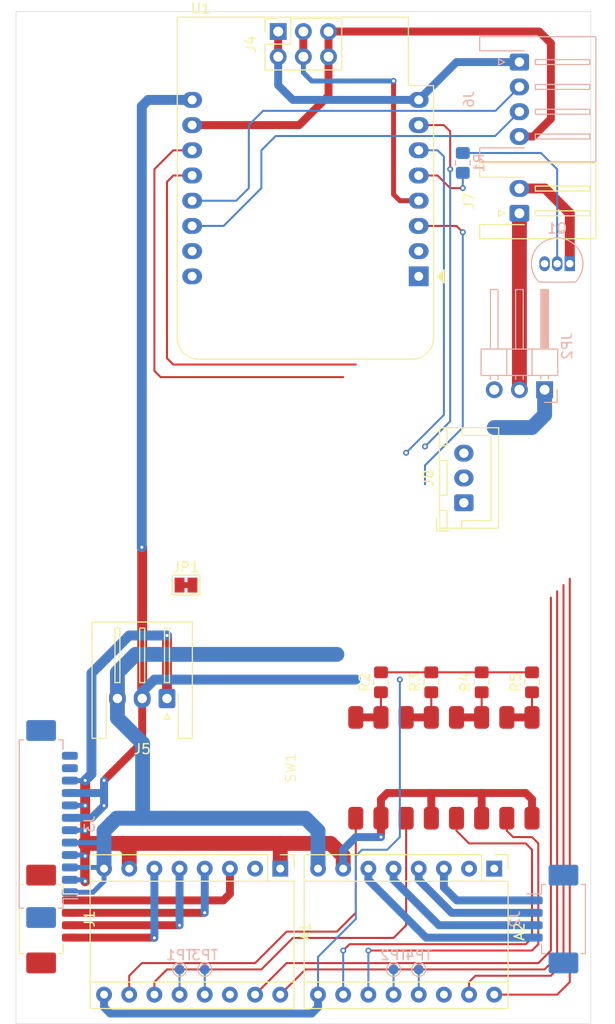
<source format=kicad_pcb>
(kicad_pcb
	(version 20240108)
	(generator "pcbnew")
	(generator_version "8.0")
	(general
		(thickness 1.6)
		(legacy_teardrops no)
	)
	(paper "A4")
	(layers
		(0 "F.Cu" signal)
		(31 "B.Cu" signal)
		(32 "B.Adhes" user "B.Adhesive")
		(33 "F.Adhes" user "F.Adhesive")
		(34 "B.Paste" user)
		(35 "F.Paste" user)
		(36 "B.SilkS" user "B.Silkscreen")
		(37 "F.SilkS" user "F.Silkscreen")
		(38 "B.Mask" user)
		(39 "F.Mask" user)
		(40 "Dwgs.User" user "User.Drawings")
		(41 "Cmts.User" user "User.Comments")
		(42 "Eco1.User" user "User.Eco1")
		(43 "Eco2.User" user "User.Eco2")
		(44 "Edge.Cuts" user)
		(45 "Margin" user)
		(46 "B.CrtYd" user "B.Courtyard")
		(47 "F.CrtYd" user "F.Courtyard")
		(48 "B.Fab" user)
		(49 "F.Fab" user)
		(50 "User.1" user)
		(51 "User.2" user)
		(52 "User.3" user)
		(53 "User.4" user)
		(54 "User.5" user)
		(55 "User.6" user)
		(56 "User.7" user)
		(57 "User.8" user)
		(58 "User.9" user)
	)
	(setup
		(pad_to_mask_clearance 0)
		(allow_soldermask_bridges_in_footprints no)
		(pcbplotparams
			(layerselection 0x00010fc_ffffffff)
			(plot_on_all_layers_selection 0x0000000_00000000)
			(disableapertmacros no)
			(usegerberextensions no)
			(usegerberattributes yes)
			(usegerberadvancedattributes yes)
			(creategerberjobfile yes)
			(dashed_line_dash_ratio 12.000000)
			(dashed_line_gap_ratio 3.000000)
			(svgprecision 4)
			(plotframeref no)
			(viasonmask no)
			(mode 1)
			(useauxorigin no)
			(hpglpennumber 1)
			(hpglpenspeed 20)
			(hpglpendiameter 15.000000)
			(pdf_front_fp_property_popups yes)
			(pdf_back_fp_property_popups yes)
			(dxfpolygonmode yes)
			(dxfimperialunits yes)
			(dxfusepcbnewfont yes)
			(psnegative no)
			(psa4output no)
			(plotreference yes)
			(plotvalue yes)
			(plotfptext yes)
			(plotinvisibletext no)
			(sketchpadsonfab no)
			(subtractmaskfromsilk no)
			(outputformat 1)
			(mirror no)
			(drillshape 1)
			(scaleselection 1)
			(outputdirectory "")
		)
	)
	(net 0 "")
	(net 1 "P_CFG0")
	(net 2 "Net-(A1-1A)")
	(net 3 "GNDPWR")
	(net 4 "Net-(A1-DIR)")
	(net 5 "Net-(A1-~{ENABLE})")
	(net 6 "Net-(A1-1B)")
	(net 7 "P_CFG2")
	(net 8 "Net-(A1-2B)")
	(net 9 "VCC")
	(net 10 "Net-(A1-2A)")
	(net 11 "P_CFG1")
	(net 12 "Net-(A1-STEP)")
	(net 13 "P_CFG3")
	(net 14 "unconnected-(A1-~{SLEEP}-Pad14)")
	(net 15 "VDD")
	(net 16 "T_CFG1")
	(net 17 "T_CFG3")
	(net 18 "T_CFG2")
	(net 19 "Net-(A2-DIR)")
	(net 20 "Net-(A2-2A)")
	(net 21 "unconnected-(A2-~{SLEEP}-Pad14)")
	(net 22 "Net-(A2-1A)")
	(net 23 "Net-(A2-2B)")
	(net 24 "T_CFG0")
	(net 25 "Net-(A2-1B)")
	(net 26 "Net-(A2-STEP)")
	(net 27 "Net-(J3-Pin_11)")
	(net 28 "+5V")
	(net 29 "Net-(J3-Pin_12)")
	(net 30 "Net-(J4-Pin_3)")
	(net 31 "GNDD")
	(net 32 "SCL")
	(net 33 "SDA")
	(net 34 "Net-(J7-Pin_2)")
	(net 35 "Net-(J7-Pin_1)")
	(net 36 "Net-(J8-Pin_2)")
	(net 37 "Net-(Q1-B)")
	(net 38 "Net-(U1-MISO{slash}D6)")
	(net 39 "Net-(R2-Pad1)")
	(net 40 "Net-(R3-Pad1)")
	(net 41 "Net-(R4-Pad1)")
	(net 42 "Net-(R5-Pad1)")
	(net 43 "unconnected-(U1-~{RST}-Pad1)")
	(footprint "Module:Pololu_Breakout-16_15.2x20.3mm" (layer "F.Cu") (at 99.06 137.16 -90))
	(footprint "Resistor_SMD:R_0805_2012Metric_Pad1.20x1.40mm_HandSolder" (layer "F.Cu") (at 102.87 118.38 90))
	(footprint "Connector_JST:JST_XH_S3B-XH-A-1_1x03_P2.50mm_Horizontal" (layer "F.Cu") (at 66.04 120.015 180))
	(footprint "Button_Switch_SMD:DIP_Switch_8_2.54_wide" (layer "F.Cu") (at 93.98 127 90))
	(footprint "MountingHole:MountingHole_3.2mm_M3" (layer "F.Cu") (at 55.8 97.8))
	(footprint "Resistor_SMD:R_0805_2012Metric_Pad1.20x1.40mm_HandSolder" (layer "F.Cu") (at 87.63 118.38 90))
	(footprint "Connector_JST:JST_XH_B3B-XH-A_1x03_P2.50mm_Vertical" (layer "F.Cu") (at 95.995 100.29 90))
	(footprint "Resistor_SMD:R_0805_2012Metric_Pad1.20x1.40mm_HandSolder" (layer "F.Cu") (at 92.71 118.38 90))
	(footprint "Connector_JST:JST_XH_S2B-XH-A-1_1x02_P2.50mm_Horizontal" (layer "F.Cu") (at 101.6 71.12 90))
	(footprint "Connector_Molex:Molex_PicoBlade_53261-0471_1x04-1MP_P1.25mm_Horizontal" (layer "F.Cu") (at 53.84 142.24 -90))
	(footprint "Resistor_SMD:R_0805_2012Metric_Pad1.20x1.40mm_HandSolder" (layer "F.Cu") (at 97.79 118.38 90))
	(footprint "Connector_PinSocket_2.54mm:PinSocket_2x03_P2.54mm_Vertical" (layer "F.Cu") (at 77.26 52.8 90))
	(footprint "MountingHole:MountingHole_3.2mm_M3" (layer "F.Cu") (at 103.8 97.8))
	(footprint "Module:Pololu_Breakout-16_15.2x20.3mm" (layer "F.Cu") (at 77.47 137.16 -90))
	(footprint "RF_Module:WEMOS_D1_mini_light" (layer "F.Cu") (at 91.44 77.47 180))
	(footprint "Jumper:SolderJumper-2_P1.3mm_Bridged_Pad1.0x1.5mm" (layer "F.Cu") (at 67.96 108.585))
	(footprint "Connector_Molex:Molex_PicoBlade_53261-1271_1x12-1MP_P1.25mm_Horizontal" (layer "B.Cu") (at 53.84 132.665 90))
	(footprint "Connector_JST:JST_XH_S4B-XH-A-1_1x04_P2.50mm_Horizontal" (layer "B.Cu") (at 101.6 55.88 -90))
	(footprint "TestPoint:TestPoint_Pad_D1.0mm" (layer "B.Cu") (at 88.9 147.32 180))
	(footprint "Package_TO_SOT_THT:TO-92_Inline" (layer "B.Cu") (at 106.68 76.2 180))
	(footprint "Connector_PinHeader_2.54mm:PinHeader_1x03_P2.54mm_Horizontal" (layer "B.Cu") (at 104.14 88.9 90))
	(footprint "TestPoint:TestPoint_Pad_D1.0mm" (layer "B.Cu") (at 67.31 147.32 180))
	(footprint "TestPoint:TestPoint_Pad_D1.0mm" (layer "B.Cu") (at 69.85 147.32 180))
	(footprint "TestPoint:TestPoint_Pad_D1.0mm" (layer "B.Cu") (at 91.44 147.32 180))
	(footprint "Connector_Molex:Molex_PicoBlade_53261-0471_1x04-1MP_P1.25mm_Horizontal" (layer "B.Cu") (at 105.545 142.24 -90))
	(footprint "Resistor_SMD:R_0805_2012Metric_Pad1.20x1.40mm_HandSolder" (layer "B.Cu") (at 95.885 66.04 90))
	(gr_rect
		(start 50.8 50.8)
		(end 108.8 152.8)
		(stroke
			(width 0.05)
			(type default)
		)
		(fill none)
		(layer "Edge.Cuts")
		(uuid "58ae5cd4-da74-41d6-9f27-89faf4ae9742")
	)
	(segment
		(start 69.85 147.32)
		(end 69.85 149.86)
		(width 0.2)
		(layer "B.Cu")
		(net 1)
		(uuid "1d5af9b9-7775-4858-819d-71559577e05e")
	)
	(segment
		(start 56.24 141.615)
		(end 69.84 141.615)
		(width 0.8)
		(layer "F.Cu")
		(net 2)
		(uuid "08bf6dc5-f0c9-4aaa-a14c-21fe35b0007e")
	)
	(segment
		(start 69.84 141.615)
		(end 69.85 141.605)
		(width 0.8)
		(layer "F.Cu")
		(net 2)
		(uuid "a6c6b623-6077-4597-8a2f-1551dc906833")
	)
	(via
		(at 69.85 141.605)
		(size 0.6)
		(drill 0.3)
		(layers "F.Cu" "B.Cu")
		(net 2)
		(uuid "1dc49637-095f-4608-98c6-a6dfa3b7dda3")
	)
	(segment
		(start 69.85 141.605)
		(end 69.85 137.16)
		(width 0.8)
		(layer "B.Cu")
		(net 2)
		(uuid "956b6311-19c4-4c5c-9c6a-1aaaf7b2733e")
	)
	(segment
		(start 102.87 132.08)
		(end 102.87 130.175)
		(width 0.8)
		(layer "F.Cu")
		(net 3)
		(uuid "0310fc28-91b0-4bf5-a849-6fd065503ab1")
	)
	(segment
		(start 87.63 132.08)
		(end 87.63 133.985)
		(width 0.8)
		(layer "F.Cu")
		(net 3)
		(uuid "049f0a79-6a12-458d-ab4b-be66c6877e68")
	)
	(segment
		(start 61.595 134.62)
		(end 57.785 134.62)
		(width 1.5)
		(layer "F.Cu")
		(net 3)
		(uuid "0dc6f9b7-b989-4eec-8b61-1891a178ac9f")
	)
	(segment
		(start 62.23 135.255)
		(end 61.595 134.62)
		(width 1.5)
		(layer "F.Cu")
		(net 3)
		(uuid "25d0d1c0-90f9-4adc-8320-1916af9155c8")
	)
	(segment
		(start 57.785 134.62)
		(end 57.785 138.43)
		(width 1)
		(layer "F.Cu")
		(net 3)
		(uuid "31fd4611-fad2-47f6-b8e3-481304cd5cbc")
	)
	(segment
		(start 82.55 134.62)
		(end 77.47 134.62)
		(width 1.5)
		(layer "F.Cu")
		(net 3)
		(uuid "37534951-1b6e-4bcf-933a-b57ff964b249")
	)
	(segment
		(start 62.23 137.16)
		(end 62.23 135.255)
		(width 1.5)
		(layer "F.Cu")
		(net 3)
		(uuid "473aa3bd-96f9-48ed-8304-ff490efd3ca6")
	)
	(segment
		(start 102.235 129.54)
		(end 97.79 129.54)
		(width 0.8)
		(layer "F.Cu")
		(net 3)
		(uuid "4faf2444-5b7a-4d78-bf09-6baab172372c")
	)
	(segment
		(start 77.47 134.62)
		(end 61.595 134.62)
		(width 1.5)
		(layer "F.Cu")
		(net 3)
		(uuid "67887d5a-e8f7-414a-8040-47cf72e66b9c")
	)
	(segment
		(start 83.82 137.16)
		(end 83.82 135.89)
		(width 1.5)
		(layer "F.Cu")
		(net 3)
		(uuid "688a7de3-30e0-466f-8369-f42921dbe3b3")
	)
	(segment
		(start 97.79 129.54)
		(end 92.71 129.54)
		(width 0.8)
		(layer "F.Cu")
		(net 3)
		(uuid "71842acd-7f41-41a0-958d-1ab59ff6adcd")
	)
	(segment
		(start 87.63 130.175)
		(end 87.63 132.08)
		(width 0.8)
		(layer "F.Cu")
		(net 3)
		(uuid "81a19648-4a17-418d-ad5e-fd2a34dec864")
	)
	(segment
		(start 57.785 128.27)
		(end 57.785 134.62)
		(width 1)
		(layer "F.Cu")
		(net 3)
		(uuid "85ff1091-543b-4cf9-85fc-fcc7a75b1911")
	)
	(segment
		(start 77.47 137.16)
		(end 77.47 134.62)
		(width 1.5)
		(layer "F.Cu")
		(net 3)
		(uuid "908fb36e-7474-4357-9741-208a55c0a5e2")
	)
	(segment
		(start 92.71 132.08)
		(end 92.71 129.54)
		(width 0.8)
		(layer "F.Cu")
		(net 3)
		(uuid "939bbc28-e0a2-427b-b98f-7568fc22e24d")
	)
	(segment
		(start 102.87 130.175)
		(end 102.235 129.54)
		(width 0.8)
		(layer "F.Cu")
		(net 3)
		(uuid "c3e0c73c-3080-4fe1-ac43-5c08e721fc67")
	)
	(segment
		(start 97.79 132.08)
		(end 97.79 129.54)
		(width 0.8)
		(layer "F.Cu")
		(net 3)
		(uuid "d541f0b7-afa5-463d-9d3f-ed7689d5418b")
	)
	(segment
		(start 83.82 135.89)
		(end 82.55 134.62)
		(width 1.5)
		(layer "F.Cu")
		(net 3)
		(uuid "d5f1644b-47b4-4e68-82f7-4cb82db83655")
	)
	(segment
		(start 92.71 129.54)
		(end 88.265 129.54)
		(width 0.8)
		(layer "F.Cu")
		(net 3)
		(uuid "eee02f5f-8b1b-4f1c-98ae-7df57a585b50")
	)
	(segment
		(start 88.265 129.54)
		(end 87.63 130.175)
		(width 0.8)
		(layer "F.Cu")
		(net 3)
		(uuid "ef2a3298-32e2-4191-a903-e492071ac7cc")
	)
	(segment
		(start 66.04 113.665)
		(end 66.04 120.015)
		(width 1)
		(layer "F.Cu")
		(net 3)
		(uuid "f23ac329-63fa-4ec3-b7a6-c8b431b07901")
	)
	(via
		(at 57.785 130.81)
		(size 0.6)
		(drill 0.3)
		(layers "F.Cu" "B.Cu")
		(net 3)
		(uuid "39069686-23c3-4306-907a-64ea02b228f2")
	)
	(via
		(at 57.785 138.43)
		(size 0.6)
		(drill 0.3)
		(layers "F.Cu" "B.Cu")
		(net 3)
		(uuid "8cec1407-48be-4ca0-bae7-f360b4482cee")
	)
	(via
		(at 87.63 133.985)
		(size 0.6)
		(drill 0.3)
		(layers "F.Cu" "B.Cu")
		(net 3)
		(uuid "8eed5724-bb70-4275-9328-4f24ddfb783f")
	)
	(via
		(at 57.785 133.35)
		(size 0.6)
		(drill 0.3)
		(layers "F.Cu" "B.Cu")
		(net 3)
		(uuid "913e60f9-413f-4eb8-a748-4fc08c91fbda")
	)
	(via
		(at 57.785 128.27)
		(size 0.6)
		(drill 0.3)
		(layers "F.Cu" "B.Cu")
		(net 3)
		(uuid "9d88c56d-ef3d-47f7-8850-698d78305f63")
	)
	(via
		(at 66.04 113.665)
		(size 0.6)
		(drill 0.3)
		(layers "F.Cu" "B.Cu")
		(net 3)
		(uuid "bad2b47d-06e2-447a-adbb-368565bbdd1d")
	)
	(via
		(at 57.785 135.89)
		(size 0.6)
		(drill 0.3)
		(layers "F.Cu" "B.Cu")
		(net 3)
		(uuid "c6e8c1ac-4919-452f-8471-4a2180a66544")
	)
	(segment
		(start 57.645 138.29)
		(end 57.785 138.43)
		(width 0.5)
		(layer "B.Cu")
		(net 3)
		(uuid "0f7fd936-b53d-49a3-bfd4-9bfcc0d3e85a")
	)
	(segment
		(start 85.09 133.985)
		(end 83.82 135.255)
		(width 0.8)
		(layer "B.Cu")
		(net 3)
		(uuid "2f0349c1-8c85-4629-aeb1-ea551205ac63")
	)
	(segment
		(start 56.24 128.29)
		(end 57.765 128.29)
		(width 0.5)
		(layer "B.Cu")
		(net 3)
		(uuid "612ac27e-1ff2-46e0-ae82-714295d23c67")
	)
	(segment
		(start 56.24 135.79)
		(end 57.685 135.79)
		(width 0.5)
		(layer "B.Cu")
		(net 3)
		(uuid "6c1eb9b2-1e5f-4dcd-95ec-81aceb5be030")
	)
	(segment
		(start 83.82 135.255)
		(end 83.82 137.16)
		(width 0.8)
		(layer "B.Cu")
		(net 3)
		(uuid "7445a691-3682-45b2-81d2-e71826dec852")
	)
	(segment
		(start 62.23 113.665)
		(end 66.04 113.665)
		(width 1)
		(layer "B.Cu")
		(net 3)
		(uuid "7d5b31bf-5271-46f3-9e83-746568bdc7a5")
	)
	(segment
		(start 87.63 133.985)
		(end 85.09 133.985)
		(width 0.8)
		(layer "B.Cu")
		(net 3)
		(uuid "8514752a-144e-4f5c-8591-910c89a2dca1")
	)
	(segment
		(start 57.765 130.79)
		(end 57.785 130.81)
		(width 0.5)
		(layer "B.Cu")
		(net 3)
		(uuid "9f24165e-3a34-426e-845d-2651aa1901ee")
	)
	(segment
		(start 57.785 128.27)
		(end 58.42 127.635)
		(width 1)
		(layer "B.Cu")
		(net 3)
		(uuid "b1464132-931c-4ec4-bc76-5d43cbdfd7ad")
	)
	(segment
		(start 58.42 127.635)
		(end 58.42 117.475)
		(width 1)
		(layer "B.Cu")
		(net 3)
		(uuid "b8f065b6-3618-4a4d-be25-86363b85793c")
	)
	(segment
		(start 56.24 133.29)
		(end 57.725 133.29)
		(width 0.5)
		(layer "B.Cu")
		(net 3)
		(uuid "c0bbf754-a29a-45ed-99b3-bf9cc6e2fb48")
	)
	(segment
		(start 56.24 130.79)
		(end 57.765 130.79)
		(width 0.5)
		(layer "B.Cu")
		(net 3)
		(uuid "c7c1bae4-9a5b-48f8-9c6a-2d2d08acaaea")
	)
	(segment
		(start 56.24 138.29)
		(end 57.645 138.29)
		(width 0.5)
		(layer "B.Cu")
		(net 3)
		(uuid "dca8a67f-631b-48c5-845f-35e52a8ef58e")
	)
	(segment
		(start 57.685 135.79)
		(end 57.785 135.89)
		(width 0.5)
		(layer "B.Cu")
		(net 3)
		(uuid "de79dbe8-d149-46fe-91f5-b911f2cb9042")
	)
	(segment
		(start 57.765 128.29)
		(end 57.785 128.27)
		(width 0.5)
		(layer "B.Cu")
		(net 3)
		(uuid "f27e4f51-52aa-423a-8ad1-e1e882c64f71")
	)
	(segment
		(start 57.725 133.29)
		(end 57.785 133.35)
		(width 0.5)
		(layer "B.Cu")
		(net 3)
		(uuid "f69b103c-4cf2-447e-bc2f-f48877cf8f35")
	)
	(segment
		(start 58.42 117.475)
		(end 62.23 113.665)
		(width 1)
		(layer "B.Cu")
		(net 3)
		(uuid "fe5e5a6e-fbed-4836-8143-cfb6b842fc49")
	)
	(segment
		(start 77.47 149.86)
		(end 80.01 147.32)
		(width 0.2)
		(layer "F.Cu")
		(net 4)
		(uuid "4e8c30f2-c4e9-4bde-a908-7bc3ba25710f")
	)
	(segment
		(start 105.41 146.05)
		(end 105.41 109.22)
		(width 0.2)
		(layer "F.Cu")
		(net 4)
		(uuid "67d0815e-2ac7-43f2-9e04-71a8ec4d0313")
	)
	(segment
		(start 104.14 147.32)
		(end 105.41 146.05)
		(width 0.2)
		(layer "F.Cu")
		(net 4)
		(uuid "68d7da2c-3a23-45a3-b767-ada904f9695f")
	)
	(segment
		(start 64.77 66.675)
		(end 66.675 64.77)
		(width 0.2)
		(layer "F.Cu")
		(net 4)
		(uuid "76654563-ba55-45a8-9a34-bfe123234e8d")
	)
	(segment
		(start 65.405 87.63)
		(end 64.77 86.995)
		(width 0.2)
		(layer "F.Cu")
		(net 4)
		(uuid "89328bb2-66d0-4bc4-bf19-6ee4cf4bacfe")
	)
	(segment
		(start 66.675 64.77)
		(end 68.58 64.77)
		(width 0.2)
		(layer "F.Cu")
		(net 4)
		(uuid "99753e0a-5f40-4e4f-9b63-49a14e75082c")
	)
	(segment
		(start 64.77 86.995)
		(end 64.77 66.675)
		(width 0.2)
		(layer "F.Cu")
		(net 4)
		(uuid "b5f37c7b-9168-445e-a259-fc432643d0c0")
	)
	(segment
		(start 83.82 87.63)
		(end 65.405 87.63)
		(width 0.2)
		(layer "F.Cu")
		(net 4)
		(uuid "cb42221c-0248-450d-b457-a8ad71b71c35")
	)
	(segment
		(start 80.01 147.32)
		(end 104.14 147.32)
		(width 0.2)
		(layer "F.Cu")
		(net 4)
		(uuid "e7578f33-574e-4dc4-955e-78ac1cd71692")
	)
	(segment
		(start 95.25 72.39)
		(end 91.44 72.39)
		(width 0.2)
		(layer "F.Cu")
		(net 5)
		(uuid "534260f4-c4bf-4959-a6c9-3162ac2f45be")
	)
	(segment
		(start 95.885 73.025)
		(end 95.25 72.39)
		(width 0.2)
		(layer "F.Cu")
		(net 5)
		(uuid "89113b00-4898-47cb-9f59-6718de0f0a0f")
	)
	(via
		(at 89.535 118.11)
		(size 0.6)
		(drill 0.3)
		(layers "F.Cu" "B.Cu")
		(net 5)
		(uuid "cd4a7468-f822-4b6a-9a90-69261991e0e3")
	)
	(via
		(at 95.885 73.025)
		(size 0.6)
		(drill 0.3)
		(layers "F.Cu" "B.Cu")
		(net 5)
		(uuid "f81323ee-d951-48a2-9f2b-9d37bf91b3c7")
	)
	(segment
		(start 81.28 146.05)
		(end 81.28 149.86)
		(width 0.2)
		(layer "B.Cu")
		(net 5)
		(uuid "336cbe1b-ab70-47a7-bc66-1a531926c728")
	)
	(segment
		(start 81.28 151.13)
		(end 80.645 151.765)
		(width 0.8)
		(layer "B.Cu")
		(net 5)
		(uuid "351bba7f-872d-45eb-8952-3322fe2d1b80")
	)
	(segment
		(start 85.725 135.255)
		(end 85.09 135.89)
		(width 0.2)
		(layer "B.Cu")
		(net 5)
		(uuid "39a04b81-96b0-40b1-b77f-47531e19a235")
	)
	(segment
		(start 85.09 135.89)
		(end 85.09 142.24)
		(width 0.2)
		(layer "B.Cu")
		(net 5)
		(uuid "645ae3e7-f07a-4612-8a37-1ef597085aab")
	)
	(segment
		(start 60.325 151.765)
		(end 59.69 151.13)
		(width 0.8)
		(layer "B.Cu")
		(net 5)
		(uuid "729112d5-a4ec-4184-9bcf-70d49f506d82")
	)
	(segment
		(start 81.28 149.86)
		(end 81.28 151.13)
		(width 0.8)
		(layer "B.Cu")
		(net 5)
		(uuid "8f043683-5f56-406b-b0d3-347acc5d9aaa")
	)
	(segment
		(start 89.535 118.11)
		(end 89.535 133.985)
		(width 0.2)
		(layer "B.Cu")
		(net 5)
		(uuid "99becb6e-90da-45d9-b1e5-c62e4ae0d32c")
	)
	(segment
		(start 89.535 133.985)
		(end 88.265 135.255)
		(width 0.2)
		(layer "B.Cu")
		(net 5)
		(uuid "9a3bfbfc-d374-4c97-a9e5-53841fb8b09a")
	)
	(segment
		(start 92.075 96.52)
		(end 95.885 92.71)
		(width 0.2)
		(layer "B.Cu")
		(net 5)
		(uuid "afe18c02-a264-44ee-9a6b-c70f4055fe80")
	)
	(segment
		(start 59.69 151.13)
		(end 59.69 149.86)
		(width 0.8)
		(layer "B.Cu")
		(net 5)
		(uuid "b31b1475-d122-4179-b725-dccea801a7b3")
	)
	(segment
		(start 88.265 135.255)
		(end 85.725 135.255)
		(width 0.2)
		(layer "B.Cu")
		(net 5)
		(uuid "cb036be2-0275-44a8-8b3d-044f0a13d997")
	)
	(segment
		(start 80.645 151.765)
		(end 60.325 151.765)
		(width 0.8)
		(layer "B.Cu")
		(net 5)
		(uuid "ce331120-0b63-4dbf-9814-866f45e9fa56")
	)
	(segment
		(start 95.885 92.71)
		(end 95.885 73.025)
		(width 0.2)
		(layer "B.Cu")
		(net 5)
		(uuid "dc0db75e-e966-4f03-831c-7840a2e16057")
	)
	(segment
		(start 85.09 142.24)
		(end 81.28 146.05)
		(width 0.2)
		(layer "B.Cu")
		(net 5)
		(uuid "ddbd52a9-c716-4ca7-a20a-6b8658fcfb2f")
	)
	(segment
		(start 92.075 98.425)
		(end 92.075 96.52)
		(width 0.2)
		(layer "B.Cu")
		(net 5)
		(uuid "ec2bfb96-88f5-446f-9bb5-030521edb61c")
	)
	(segment
		(start 71.725 140.365)
		(end 72.39 139.7)
		(width 0.8)
		(layer "F.Cu")
		(net 6)
		(uuid "21b8ea35-e4b4-4639-af0a-c77151657e5d")
	)
	(segment
		(start 72.39 139.7)
		(end 72.39 137.16)
		(width 0.8)
		(layer "F.Cu")
		(net 6)
		(uuid "737a7321-98ab-428b-9368-ee4c433541ff")
	)
	(segment
		(start 56.24 140.365)
		(end 71.725 140.365)
		(width 0.8)
		(layer "F.Cu")
		(net 6)
		(uuid "c7c431de-f03e-4d03-b046-5be31e1ffd3a")
	)
	(segment
		(start 64.77 149.86)
		(end 64.77 148.59)
		(width 0.2)
		(layer "F.Cu")
		(net 7)
		(uuid "05282049-229c-4df0-986e-55fbc225cb26")
	)
	(segment
		(start 66.04 147.32)
		(end 75.565 147.32)
		(width 0.2)
		(layer "F.Cu")
		(net 7)
		(uuid "3af79920-7dfd-4107-9763-8f4a794431c3")
	)
	(segment
		(start 90.17 142.875)
		(end 90.17 132.08)
		(width 0.2)
		(layer "F.Cu")
		(net 7)
		(uuid "3da8324f-8949-4ac2-8898-6dbbaca24e8e")
	)
	(segment
		(start 88.9 144.145)
		(end 90.17 142.875)
		(width 0.2)
		(layer "F.Cu")
		(net 7)
		(uuid "77faf82c-c80c-4ff0-bde9-4032f168ad82")
	)
	(segment
		(start 64.77 148.59)
		(end 66.04 147.32)
		(width 0.2)
		(layer "F.Cu")
		(net 7)
		(uuid "cc038d2f-b1ae-4628-817d-0f07652e0c57")
	)
	(segment
		(start 78.74 144.145)
		(end 88.9 144.145)
		(width 0.2)
		(layer "F.Cu")
		(net 7)
		(uuid "dea52844-688b-4a00-a230-b11366904f1c")
	)
	(segment
		(start 75.565 147.32)
		(end 78.74 144.145)
		(width 0.2)
		(layer "F.Cu")
		(net 7)
		(uuid "dfb49ba3-7be0-4d83-8f58-26259d80a8e3")
	)
	(segment
		(start 64.77 144.145)
		(end 64.74 144.115)
		(width 0.8)
		(layer "F.Cu")
		(net 8)
		(uuid "3e5289e0-5b4b-4e24-8725-866dc330ca59")
	)
	(segment
		(start 56.24 144.115)
		(end 64.74 144.115)
		(width 0.8)
		(layer "F.Cu")
		(net 8)
		(uuid "8ead0039-9a35-4920-9466-d65d79402d16")
	)
	(via
		(at 64.77 144.145)
		(size 0.6)
		(drill 0.3)
		(layers "F.Cu" "B.Cu")
		(net 8)
		(uuid "e41b676a-d5d8-4cb8-ada7-0f4e607083db")
	)
	(segment
		(start 64.77 137.16)
		(end 64.77 144.145)
		(width 0.8)
		(layer "B.Cu")
		(net 8)
		(uuid "5efe1309-a8ae-42eb-9019-97f1660e5a60")
	)
	(segment
		(start 62.865 115.57)
		(end 61.04 117.395)
		(width 1.5)
		(layer "B.Cu")
		(net 9)
		(uuid "06cceb60-8fac-478c-9d04-554603c5e37c")
	)
	(segment
		(start 80.01 132.08)
		(end 81.28 133.35)
		(width 1.5)
		(layer "B.Cu")
		(net 9)
		(uuid "0a31ff50-d82d-4488-afa1-de2db6169bd1")
	)
	(segment
		(start 104.14 91.44)
		(end 102.87 92.71)
		(width 1.5)
		(layer "B.Cu")
		(net 9)
		(uuid "0bd43d9c-4959-49d2-9b6a-8bd563539f60")
	)
	(segment
		(start 61.04 117.395)
		(end 61.04 120.015)
		(width 1.5)
		(layer "B.Cu")
		(net 9)
		(uuid "2f39b21f-6e3a-4dd6-9f32-2ff709e5aad9")
	)
	(segment
		(start 59.69 133.35)
		(end 59.61 134.54)
		(width 0.5)
		(layer "B.Cu")
		(net 9)
		(uuid "3693512c-715f-4ff3-af55-8c2611ffd564")
	)
	(segment
		(start 59.57 137.04)
		(end 59.69 137.16)
		(width 0.5)
		(layer "B.Cu")
		(net 9)
		(uuid "3bce6512-e94c-45df-a7cc-54316db6bfa7")
	)
	(segment
		(start 60.96 132.08)
		(end 63.58 132.08)
		(width 1.5)
		(layer "B.Cu")
		(net 9)
		(uuid "3cd2c66c-860e-46ce-8320-db276e870662")
	)
	(segment
		(start 59.69 138.43)
		(end 59.69 137.16)
		(width 0.5)
		(layer "B.Cu")
		(net 9)
		(uuid "3f09b25d-fc29-4224-9383-d828f844aa33")
	)
	(segment
		(start 59.61 134.54)
		(end 56.24 134.54)
		(width 0.5)
		(layer "B.Cu")
		(net 9)
		(uuid "4cd8bcab-c4aa-4b16-9f5a-5c9b32c350b1")
	)
	(segment
		(start 102.87 92.71)
		(end 99.06 92.71)
		(width 1.5)
		(layer "B.Cu")
		(net 9)
		(uuid "598d6780-3a83-4e67-a121-7ad588a69f0f")
	)
	(segment
		(start 83.185 115.57)
		(end 62.865 115.57)
		(width 1.5)
		(layer "B.Cu")
		(net 9)
		(uuid "5ca4ecc2-cb40-4a14-b504-d64ff96dd575")
	)
	(segment
		(start 56.24 137.04)
		(end 59.57 137.04)
		(width 0.5)
		(layer "B.Cu")
		(net 9)
		(uuid "63ab950d-ab85-4480-ba9a-7806a0e9849b")
	)
	(segment
		(start 59.69 137.16)
		(end 59.69 133.35)
		(width 1.5)
		(layer "B.Cu")
		(net 9)
		(uuid "6aba3c1a-807b-4893-92fc-3f86e487e8dc")
	)
	(segment
		(start 59.69 133.35)
		(end 60.96 132.08)
		(width 1.5)
		(layer "B.Cu")
		(net 9)
		(uuid "6c9afc03-2fa1-44fd-b171-6c96507e3837")
	)
	(segment
		(start 61.04 122)
		(end 63.58 124.54)
		(width 1.5)
		(layer "B.Cu")
		(net 9)
		(uuid "6cd3b375-e1b2-4453-9cd2-65cde2ad9a23")
	)
	(segment
		(start 63.58 124.54)
		(end 63.58 132.08)
		(width 1.5)
		(layer "B.Cu")
		(net 9)
		(uuid "6ef1c433-9a84-4d39-a0cd-23dffd01d88a")
	)
	(segment
		(start 58.58 139.54)
		(end 59.69 138.43)
		(width 0.5)
		(layer "B.Cu")
		(net 9)
		(uuid "78eb2d5f-1749-42b1-8598-73cca6bab455")
	)
	(segment
		(start 81.28 133.35)
		(end 81.28 137.16)
		(width 1.5)
		(layer "B.Cu")
		(net 9)
		(uuid "8fee49c1-2966-44a3-9652-864096e7f4bf")
	)
	(segment
		(start 61.04 120.015)
		(end 61.04 122)
		(width 1.5)
		(layer "B.Cu")
		(net 9)
		(uuid "a63fda55-7ddc-45b9-84f2-97544baa70cd")
	)
	(segment
		(start 63.58 132.08)
		(end 80.01 132.08)
		(width 1.5)
		(layer "B.Cu")
		(net 9)
		(uuid "ca3c60b4-c871-4c67-8a50-8245f042dcfa")
	)
	(segment
		(start 104.14 88.9)
		(end 104.14 91.44)
		(width 1.5)
		(layer "B.Cu")
		(net 9)
		(uuid "d3a9de73-d7c3-41e0-b03d-b68499c79fe1")
	)
	(segment
		(start 56.24 139.54)
		(end 58.58 139.54)
		(width 0.5)
		(layer "B.Cu")
		(net 9)
		(uuid "e7374790-9eed-43aa-befb-90d6e500e5ae")
	)
	(segment
		(start 56.24 142.865)
		(end 67.3 142.865)
		(width 0.8)
		(layer "F.Cu")
		(net 10)
		(uuid "d01f3f6e-641e-40e3-aae7-1dd707d0c2e6")
	)
	(segment
		(start 67.3 142.865)
		(end 67.31 142.875)
		(width 0.8)
		(layer "F.Cu")
		(net 10)
		(uuid "d9aa2147-b7d8-482a-a7a4-3ad62a0e234e")
	)
	(via
		(at 67.31 142.875)
		(size 0.6)
		(drill 0.3)
		(layers "F.Cu" "B.Cu")
		(net 10)
		(uuid "ba488db8-4a13-4319-a95b-ea0ccda13c70")
	)
	(segment
		(start 67.31 142.875)
		(end 67.31 137.16)
		(width 0.8)
		(layer "B.Cu")
		(net 10)
		(uuid "f35b5ce8-3a0e-42ad-8af7-baa0f8185279")
	)
	(segment
		(start 62.23 147.955)
		(end 62.23 149.86)
		(width 0.2)
		(layer "F.Cu")
		(net 11)
		(uuid "30a8aaa6-99ae-400a-a4e7-e3edda3caacb")
	)
	(segment
		(start 78.105 143.51)
		(end 74.93 146.685)
		(width 0.2)
		(layer "F.Cu")
		(net 11)
		(uuid "546b6b69-fa65-4312-94db-f656ce382022")
	)
	(segment
		(start 63.5 146.685)
		(end 62.23 147.955)
		(width 0.2)
		(layer "F.Cu")
		(net 11)
		(uuid "6952334f-b713-4db2-bc9a-d6d19e4bdd20")
	)
	(segment
		(start 85.09 141.605)
		(end 83.185 143.51)
		(width 0.2)
		(layer "F.Cu")
		(net 11)
		(uuid "856524d2-cc08-464b-a330-d88cbfc6fcb2")
	)
	(segment
		(start 83.185 143.51)
		(end 78.105 143.51)
		(width 0.2)
		(layer "F.Cu")
		(net 11)
		(uuid "b2d9988d-5a13-415b-9d15-286b9c334afa")
	)
	(segment
		(start 74.93 146.685)
		(end 63.5 146.685)
		(width 0.2)
		(layer "F.Cu")
		(net 11)
		(uuid "e30992e9-f81a-4f09-bc09-5297c8960a0d")
	)
	(segment
		(start 85.09 132.08)
		(end 85.09 141.605)
		(width 0.2)
		(layer "F.Cu")
		(net 11)
		(uuid "fbeffe0a-fc66-4549-9759-5de3aba9a062")
	)
	(segment
		(start 78.105 146.685)
		(end 74.93 149.86)
		(width 0.2)
		(layer "F.Cu")
		(net 12)
		(uuid "37af8f7a-2c3e-476e-aaad-e86bf8b5cd6f")
	)
	(segment
		(start 104.775 109.855)
		(end 104.775 145.415)
		(width 0.2)
		(layer "F.Cu")
		(net 12)
		(uuid "8d80aaa5-0e30-4014-8c84-4ef5ea07c64b")
	)
	(segment
		(start 103.505 146.685)
		(end 78.105 146.685)
		(width 0.2)
		(layer "F.Cu")
		(net 12)
		(uuid "a92cbfe1-590c-41de-93d3-392562adfde9")
	)
	(segment
		(start 104.775 145.415)
		(end 103.505 146.685)
		(width 0.2)
		(layer "F.Cu")
		(net 12)
		(uuid "efb7c1fd-2edb-4fd5-8f81-e763573d2688")
	)
	(via
		(at 90.17 95.25)
		(size 0.6)
		(drill 0.3)
		(layers "F.Cu" "B.Cu")
		(net 12)
		(uuid "43e67397-07b6-4453-9045-5e9348cff604")
	)
	(segment
		(start 90.17 95.25)
		(end 93.98 91.44)
		(width 0.2)
		(layer "B.Cu")
		(net 12)
		(uuid "316b8430-9e32-4865-aed6-91ea1f36264f")
	)
	(segment
		(start 93.345 64.77)
		(end 91.44 64.77)
		(width 0.2)
		(layer "B.Cu")
		(net 12)
		(uuid "d7c99a08-7693-47d9-8092-b5c6765659a8")
	)
	(segment
		(start 93.98 65.405)
		(end 93.345 64.77)
		(width 0.2)
		(layer "B.Cu")
		(net 12)
		(uuid "dd2d783b-e920-4918-b748-95da9f4d8234")
	)
	(segment
		(start 93.98 91.44)
		(end 93.98 65.405)
		(width 0.2)
		(layer "B.Cu")
		(net 12)
		(uuid "e0c2cc55-64fd-415c-99af-8bf62d577c84")
	)
	(segment
		(start 67.31 147.32)
		(end 67.31 149.86)
		(width 0.2)
		(layer "B.Cu")
		(net 13)
		(uuid "202c515a-45cd-48f4-8a0e-81634bbd0832")
	)
	(segment
		(start 77.26 55.34)
		(end 77.26 52.8)
		(width 0.8)
		(layer "F.Cu")
		(net 15)
		(uuid "2338af29-1ce7-4c1a-b329-80fe3c7a8ccf")
	)
	(segment
		(start 97.79 117.38)
		(end 102.87 117.38)
		(width 0.2)
		(layer "F.Cu")
		(net 15)
		(uuid "319f3e04-fb95-4d66-84cc-44d41f3299ad")
	)
	(segment
		(start 87.63 117.38)
		(end 92.71 117.38)
		(width 0.2)
		(layer "F.Cu")
		(net 15)
		(uuid "450d32e3-c75e-4f40-8986-71fab9e575ed")
	)
	(segment
		(start 92.71 117.38)
		(end 97.79 117.38)
		(width 0.2)
		(layer "F.Cu")
		(net 15)
		(uuid "a70334b3-629d-4707-9f5f-41d492ee3e38")
	)
	(segment
		(start 77.26 55.34)
		(end 77.26 58.21)
		(width 0.8)
		(layer "B.Cu")
		(net 15)
		(uuid "0a2b04dd-fbed-446f-ac1f-57329dcdef1f")
	)
	(segment
		(start 95.25 55.88)
		(end 91.44 59.69)
		(width 0.8)
		(layer "B.Cu")
		(net 15)
		(uuid "6baae292-8c4b-4e33-bc8d-49dffd89b1a2")
	)
	(segment
		(start 101.6 55.88)
		(end 95.25 55.88)
		(width 0.8)
		(layer "B.Cu")
		(net 15)
		(uuid "7255158a-3588-4554-8f32-fee9292e1794")
	)
	(segment
		(start 77.26 58.21)
		(end 78.74 59.69)
		(width 0.8)
		(layer "B.Cu")
		(net 15)
		(uuid "89057764-b20b-4679-ab76-ea8b27c8a14e")
	)
	(segment
		(start 78.74 59.69)
		(end 91.44 59.69)
		(width 0.8)
		(layer "B.Cu")
		(net 15)
		(uuid "dee58cc3-626e-4433-9d8a-c27754360fbd")
	)
	(segment
		(start 102.87 135.255)
		(end 102.87 144.145)
		(width 0.2)
		(layer "F.Cu")
		(net 16)
		(uuid "1a76f39d-ff61-42a8-a18f-f41779b60006")
	)
	(segment
		(start 102.235 144.78)
		(end 84.455 144.78)
		(width 0.2)
		(layer "F.Cu")
		(net 16)
		(uuid "3a9c07ca-fa72-4a7c-bdcc-b47b0c202e7a")
	)
	(segment
		(start 102.235 134.62)
		(end 102.87 135.255)
		(width 0.2)
		(layer "F.Cu")
		(net 16)
		(uuid "51bc8fbc-d512-4758-882c-ca7342d2fdc0")
	)
	(segment
		(start 84.455 144.78)
		(end 83.82 145.415)
		(width 0.2)
		(layer "F.Cu")
		(net 16)
		(uuid "75686e23-8b58-4c60-98b4-902c90a2671a")
	)
	(segment
		(start 102.87 144.145)
		(end 102.235 144.78)
		(width 0.2)
		(layer "F.Cu")
		(net 16)
		(uuid "84710307-323d-4d42-a9e1-22128108e834")
	)
	(segment
		(start 95.25 132.08)
		(end 95.25 133.35)
		(width 0.2)
		(layer "F.Cu")
		(net 16)
		(uuid "b3ed94d8-9b2d-4194-998b-a57e0a4149eb")
	)
	(segment
		(start 95.25 133.35)
		(end 96.52 134.62)
		(width 0.2)
		(layer "F.Cu")
		(net 16)
		(uuid "c839a587-8a70-437e-a432-734389dba81d")
	)
	(segment
		(start 96.52 134.62)
		(end 102.235 134.62)
		(width 0.2)
		(layer "F.Cu")
		(net 16)
		(uuid "d949dbff-f303-46fd-828b-b5fe30baaeaa")
	)
	(via
		(at 83.82 145.415)
		(size 0.6)
		(drill 0.3)
		(layers "F.Cu" "B.Cu")
		(net 16)
		(uuid "972db462-e8c5-4d52-9e99-b96025d1092d")
	)
	(segment
		(start 83.82 149.86)
		(end 83.82 145.415)
		(width 0.2)
		(layer "B.Cu")
		(net 16)
		(uuid "5e288f5f-a117-4297-8405-a1729b8f7aa2")
	)
	(segment
		(start 88.9 147.32)
		(end 88.9 149.86)
		(width 0.2)
		(layer "B.Cu")
		(net 17)
		(uuid "f1275b8f-a360-4125-8533-c696923c5bfc")
	)
	(segment
		(start 103.505 144.78)
		(end 103.505 134.62)
		(width 0.2)
		(layer "F.Cu")
		(net 18)
		(uuid "12b1089e-2db5-438b-8f3b-ebba1269226f")
	)
	(segment
		(start 103.505 134.62)
		(end 102.87 133.985)
		(width 0.2)
		(layer "F.Cu")
		(net 18)
		(uuid "290962b3-ffdc-4a4a-98d7-7bf8ccbd3a87")
	)
	(segment
		(start 86.36 145.415)
		(end 102.87 145.415)
		(width 0.2)
		(layer "F.Cu")
		(net 18)
		(uuid "7b462616-3e7e-4ed4-beef-9bd1c6d4e40e")
	)
	(segment
		(start 100.965 133.985)
		(end 100.33 133.35)
		(width 0.2)
		(layer "F.Cu")
		(net 18)
		(uuid "992237ef-0f34-4cd0-bfa7-a6c0faf9543c")
	)
	(segment
		(start 102.87 145.415)
		(end 103.505 144.78)
		(width 0.2)
		(layer "F.Cu")
		(net 18)
		(uuid "b78e43ba-313a-4ae7-9f6c-81f24e3e2b9a")
	)
	(segment
		(start 100.33 133.35)
		(end 100.33 132.08)
		(width 0.2)
		(layer "F.Cu")
		(net 18)
		(uuid "e550c8e4-f4bd-4bbd-81f6-be9f44cdcc56")
	)
	(segment
		(start 102.87 133.985)
		(end 100.965 133.985)
		(width 0.2)
		(layer "F.Cu")
		(net 18)
		(uuid "e86f3c1e-4cff-4c81-aabf-881b41e2aba9")
	)
	(via
		(at 86.36 145.415)
		(size 0.6)
		(drill 0.3)
		(layers "F.Cu" "B.Cu")
		(net 18)
		(uuid "05ed75b4-37c0-42a3-8e4f-99456fa9df26")
	)
	(segment
		(start 86.36 149.86)
		(end 86.36 145.415)
		(width 0.2)
		(layer "B.Cu")
		(net 18)
		(uuid "9e12a1af-2d11-4571-8fa2-a6637f7bcbf9")
	)
	(segment
		(start 99.06 149.86)
		(end 105.41 149.86)
		(width 0.2)
		(layer "F.Cu")
		(net 19)
		(uuid "00bc34ff-9a6d-4a11-b74b-36e1eb945c62")
	)
	(segment
		(start 66.675 67.31)
		(end 68.58 67.31)
		(width 0.2)
		(layer "F.Cu")
		(net 19)
		(uuid "098097d0-fcd5-41b0-ad69-1e58d007817f")
	)
	(segment
		(start 66.675 86.36)
		(end 66.04 85.725)
		(width 0.2)
		(layer "F.Cu")
		(net 19)
		(uuid "205a0f88-020c-4944-a735-f68e5f5bce3f")
	)
	(segment
		(start 66.04 67.945)
		(end 66.675 67.31)
		(width 0.2)
		(layer "F.Cu")
		(net 19)
		(uuid "4c2f3987-7879-4067-ba69-942d65846806")
	)
	(segment
		(start 85.09 86.36)
		(end 66.675 86.36)
		(width 0.2)
		(layer "F.Cu")
		(net 19)
		(uuid "7bf58712-242b-45ff-ad0d-72dd21ed57d0")
	)
	(segment
		(start 106.68 148.59)
		(end 106.68 107.95)
		(width 0.2)
		(layer "F.Cu")
		(net 19)
		(uuid "83afdb37-abed-4e00-99b5-718d4b65e263")
	)
	(segment
		(start 66.04 85.725)
		(end 66.04 67.945)
		(width 0.2)
		(layer "F.Cu")
		(net 19)
		(uuid "967f222c-9232-4177-bf7f-7c41dbd4cc9b")
	)
	(segment
		(start 105.41 149.86)
		(end 106.68 148.59)
		(width 0.2)
		(layer "F.Cu")
		(net 19)
		(uuid "c38782d3-1ff0-4bc6-932d-fcf2dcd140f6")
	)
	(segment
		(start 88.9 138.29137)
		(end 93.47363 142.865)
		(width 0.8)
		(layer "B.Cu")
		(net 20)
		(uuid "4bd708bb-0aac-4949-b021-0fded2e02810")
	)
	(segment
		(start 93.47363 142.865)
		(end 103.145 142.865)
		(width 0.8)
		(layer "B.Cu")
		(net 20)
		(uuid "9066d879-c76d-4db3-8cc5-e2254f984194")
	)
	(segment
		(start 88.9 137.16)
		(end 88.9 138.29137)
		(width 0.8)
		(layer "B.Cu")
		(net 20)
		(uuid "d0d28537-b38e-474d-b4e2-9bcc6892d530")
	)
	(segment
		(start 91.44 138.29137)
		(end 91.44 137.16)
		(width 0.8)
		(layer "B.Cu")
		(net 22)
		(uuid "0101adf6-cf90-4751-9d2b-a38c954a41a6")
	)
	(segment
		(start 94.76363 141.615)
		(end 91.44 138.29137)
		(width 0.8)
		(layer "B.Cu")
		(net 22)
		(uuid "1b0ab61b-7b18-4488-ae83-6bacfefbe374")
	)
	(segment
		(start 103.145 141.615)
		(end 94.76363 141.615)
		(width 0.8)
		(layer "B.Cu")
		(net 22)
		(uuid "2776371b-58a6-4d59-9ac2-ad5e1bb973da")
	)
	(segment
		(start 103.145 144.115)
		(end 92.18363 144.115)
		(width 0.8)
		(layer "B.Cu")
		(net 23)
		(uuid "06279502-bd39-419d-8fb2-36963494ec23")
	)
	(segment
		(start 86.36 138.29137)
		(end 86.36 137.16)
		(width 0.8)
		(layer "B.Cu")
		(net 23)
		(uuid "1471702f-876e-4ea8-8ffa-0531c0287e52")
	)
	(segment
		(start 92.18363 144.115)
		(end 86.36 138.29137)
		(width 0.8)
		(layer "B.Cu")
		(net 23)
		(uuid "a964e702-992c-4848-82df-9095aa2ff397")
	)
	(segment
		(start 91.44 147.32)
		(end 91.44 149.86)
		(width 0.2)
		(layer "B.Cu")
		(net 24)
		(uuid "401fc1be-31e0-4b26-aa45-af75c13ca5b7")
	)
	(segment
		(start 93.98 139.065)
		(end 93.98 137.16)
		(width 0.8)
		(layer "B.Cu")
		(net 25)
		(uuid "63eaba3e-85fb-4cd7-b0bf-fb811b81137a")
	)
	(segment
		(start 103.145 140.365)
		(end 95.28 140.365)
		(width 0.8)
		(layer "B.Cu")
		(net 25)
		(uuid "69da986e-7802-4b88-b9ee-1686b7a7ed74")
	)
	(segment
		(start 95.28 140.365)
		(end 93.98 139.065)
		(width 0.8)
		(layer "B.Cu")
		(net 25)
		(uuid "cfe29cdc-ae6a-4344-9ef0-6f4ea4c71348")
	)
	(segment
		(start 96.52 148.59)
		(end 96.52 149.86)
		(width 0.2)
		(layer "F.Cu")
		(net 26)
		(uuid "0ec2e09f-f432-428a-b05a-272aad858395")
	)
	(segment
		(start 93.98 62.23)
		(end 91.44 62.23)
... [11494 chars truncated]
</source>
